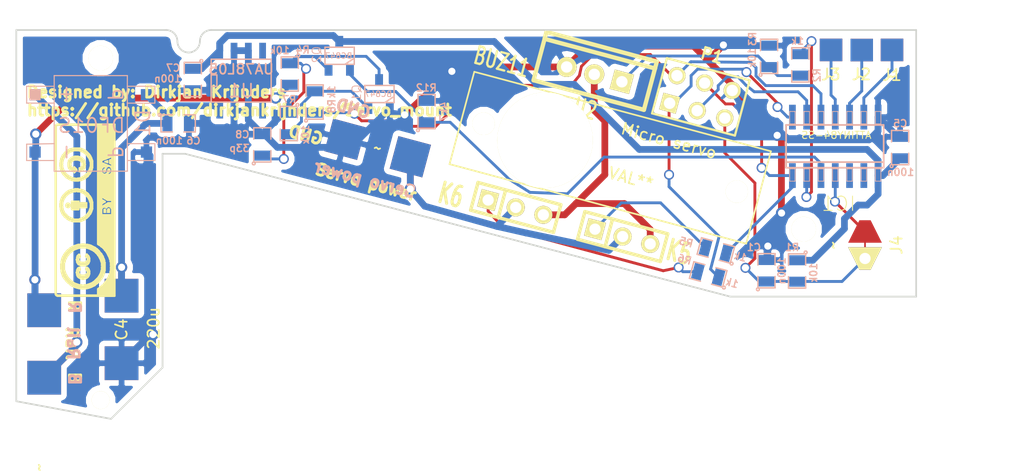
<source format=kicad_pcb>
(kicad_pcb (version 3) (host pcbnew "(2014-03-01 BZR 4730)-product")
  (layers (15 F.Cu signal) (0 B.Cu signal) (18 B.Paste user) (19 F.Paste user hide) (20 B.SilkS user) (21 F.SilkS user hide) (22 B.Mask user) (23 F.Mask user hide) (28 Edge.Cuts user))
  (net 0 "")
  (net 1 +5V)
  (net 2 -VAA)
  (net 3 AGND)
  (net 4 DIS_SIGNAL)
  (net 5 GND)
  (net 6 "GND FET")
  (net 7 MISO)
  (net 8 MOSI)
  (net 9 N-0000013)
  (net 10 N-0000014)
  (net 11 N-0000015)
  (net 12 N-0000019)
  (net 13 N-0000022)
  (net 14 N-000004)
  (net 15 N-000005)
  (net 16 N-000007)
  (net 17 N-000008)
  (net 18 N-000009)
  (net 19 "Rail signal")
  (net 20 Reset)
  (net 21 SCK)
  (net 22 VAA)
  (net 23 VCC)
  (module solder_jumper_conn (layer F.Cu) (at 175.45 119.11 270)
    (fp_text reference J4 (at 0 -2.8 270) (layer F.SilkS))
    (fp_text value ~ (at 0 2.85 270) (layer F.SilkS))
    (fp_line (start -0.3 0) (end 0.35 0) (layer F.Cu) (width 0.15))
    (pad 2 thru_hole trapezoid (at 1.2 0 270) (size 2 2) (rect_delta 1 0) (drill 1) (layers *.Cu *.Mask F.SilkS) (net 20 Reset))
    (pad 1 smd trapezoid (at -1.2 0 90) (size 2 2) (rect_delta 1 0) (layers F.Cu F.Paste F.Mask) (net 18 N-000009))
  )
  (module SIL-3 (layer F.Cu) (at 153.9 118.36 345)
    (fp_text reference K5 (at 5.208706 0.043365 345) (layer F.SilkS) (effects (font (size 1.7907 1.07696) (thickness 0.3048))))
    (fp_text value CONN_3 hide)
    (pad 1 thru_hole rect (at -2.54 0 345) (size 1.6 1.6) (drill 1) (layers *.Cu *.Mask F.SilkS) (net 17 N-000008))
    (pad 2 thru_hole circle (at 0 0 345) (size 1.6 1.6) (drill 1) (layers *.Cu *.Mask F.SilkS) (net 23 VCC))
    (pad 3 thru_hole circle (at 2.54 0 345) (size 1.6 1.6) (drill 1) (layers *.Cu *.Mask F.SilkS) (net 3 AGND))
  )
  (module DIPSMD4 (layer B.Cu) (at 106.62 108.3 270)
    (fp_text reference D1 (at -0.03 -4.64 270) (layer B.SilkS) (effects (font (size 1.27 1.27) (thickness 0.1524)) (justify mirror)))
    (fp_text value DF01S (at 0.19 -0.07 540) (layer B.SilkS) (effects (font (size 1.27 1.27) (thickness 0.1524)) (justify mirror)))
    (fp_text user d (at 2.55016 -2.25044 270) (layer B.SilkS) (effects (font (size 1.27 1.27) (thickness 0.1524)) (justify mirror)))
    (fp_text user d (at -2.55016 -2.25044 270) (layer B.SilkS) (effects (font (size 1.27 1.27) (thickness 0.1524)) (justify mirror)))
    (fp_text user + (at -2.6 2.25 270) (layer B.SilkS) (effects (font (size 1.27 1.524) (thickness 0.1524)) (justify mirror)))
    (fp_text user - (at 2.55 2.25 270) (layer B.SilkS) (effects (font (size 1.27 1.27) (thickness 0.1524)) (justify mirror)))
    (pad 2 smd rect (at -2.55016 4.95046 270) (size 1.00076 1.00076) (layers B.Cu B.Paste B.SilkS B.Mask) (net 2 -VAA))
    (pad 4 smd rect (at 2.55016 4.95046 270) (size 1.00076 1.00076) (layers B.Cu B.Paste B.Mask) (net 22 VAA))
    (pad 1 smd rect (at 2.55 -4.95 270) (size 1.00076 1.00076) (layers B.Cu B.Paste B.Mask) (net 5 GND))
    (pad 3 smd rect (at -2.55 -4.95 270) (size 1.00076 1.00076) (layers B.Cu B.Paste B.Mask) (net 13 N-0000022))
  )
  (module Micro_servo (layer F.Cu) (at 152.8 111.35 345)
    (fp_text reference "Micro servo" (at 4.65 -2.8 345) (layer F.SilkS))
    (fp_text value VAL** (at 2.25 1.3 345) (layer F.SilkS))
    (pad "" np_thru_hole circle (at -11.65 0 345) (size 2 2) (drill 2) (layers *.Cu *.Mask F.SilkS))
    (pad "" np_thru_hole circle (at 11.65 0 345) (size 2 2) (drill 2) (layers *.Cu *.Mask F.SilkS))
    (pad "" np_thru_hole circle (at -6 0 345) (size 8.5 8.5) (drill 8.5) (layers *.Cu *.Mask F.SilkS))
  )
  (module Solderpad_2 (layer F.Cu) (at 102.48 127.91 90)
    (fp_text reference ~ (at -10.96 -0.46 90) (layer F.SilkS))
    (fp_text value ~ hide)
    (pad 1 smd rect (at -3 0 90) (size 3 3) (layers F.Cu F.Paste F.Mask) (net 2 -VAA))
    (pad 2 smd rect (at 3 0 90) (size 3 3) (layers F.Cu F.Paste F.Mask) (net 22 VAA))
    (pad 2 smd rect (at 3 0 90) (size 3 3) (layers B.Cu B.Paste B.Mask) (net 22 VAA))
    (pad 1 smd rect (at -3 0 90) (size 3 3) (layers B.Cu B.Paste B.Mask) (net 2 -VAA))
  )
  (module Solderpad_2 (layer F.Cu) (at 109.36 126.62 270)
    (fp_text reference C4 (at 0 0 270) (layer F.SilkS))
    (fp_text value 220u (at -0.11 -2.85 270) (layer F.SilkS))
    (pad 1 smd rect (at -3 0 270) (size 3 3) (layers F.Cu F.Paste F.Mask) (net 13 N-0000022))
    (pad 2 smd rect (at 3 0 270) (size 3 3) (layers F.Cu F.Paste F.Mask) (net 5 GND))
    (pad 2 smd rect (at 3 0 270) (size 3 3) (layers B.Cu B.Paste B.Mask) (net 5 GND))
    (pad 1 smd rect (at -3 0 270) (size 3 3) (layers B.Cu B.Paste B.Mask) (net 13 N-0000022))
  )
  (module Solderpad_2 (layer F.Cu) (at 132.13 110.49 165)
    (fp_text reference ~ (at 0 0 165) (layer F.SilkS))
    (fp_text value ~ hide)
    (pad 1 smd rect (at -3 0 165) (size 3 3) (layers F.Cu F.Paste F.Mask) (net 23 VCC))
    (pad 2 smd rect (at 3 0 165) (size 3 3) (layers F.Cu F.Paste F.Mask) (net 5 GND))
    (pad 1 smd rect (at -3 0 165) (size 3 3) (layers B.Cu B.Paste B.Mask) (net 23 VCC))
    (pad 2 smd rect (at 3 0 165) (size 3 3) (layers B.Cu B.Paste B.Mask) (net 5 GND))
  )
  (module TO220_VERT (layer F.Cu) (at 151.38 103.94 75)
    (fp_text reference U2 (at -3.175 0 165) (layer F.SilkS) (effects (font (size 1.524 1.016) (thickness 0.2032))))
    (fp_text value BUZ11 (at -1.055315 -8.227199 165) (layer F.SilkS) (effects (font (size 1.524 1.016) (thickness 0.2032))))
    (pad S thru_hole circle (at 0 -2.54 75) (size 1.778 1.778) (drill 1.016) (layers *.Cu *.Mask F.SilkS) (net 5 GND))
    (pad D thru_hole circle (at 0 0 75) (size 1.778 1.778) (drill 1.016) (layers *.Cu *.Mask F.SilkS) (net 3 AGND))
    (pad G thru_hole rect (at 0 2.54 75) (size 1.778 1.778) (drill 1.016) (layers *.Cu *.Mask F.SilkS) (net 15 N-000005))
  )
  (module M2 (layer F.Cu) (at 107.5 102.5)
    (fp_text reference ~ (at 0 0) (layer F.SilkS))
    (fp_text value ~ (at 0 0) (layer F.SilkS))
    (pad "" np_thru_hole circle (at 0 0) (size 2.2 2.2) (drill 2.2) (layers *.Cu *.Mask F.SilkS))
  )
  (module M2 (layer F.Cu) (at 170.4 117.7)
    (fp_text reference ~ (at 0 0) (layer F.SilkS))
    (fp_text value ~ (at 0 0) (layer F.SilkS))
    (pad "" np_thru_hole circle (at -0.4 0) (size 2.2 2.2) (drill 2.2) (layers *.Cu *.Mask F.SilkS))
  )
  (module M2 (layer F.Cu) (at 107.5 132.9)
    (fp_text reference ~ (at 0 0) (layer F.SilkS))
    (fp_text value ~ (at 0 0) (layer F.SilkS))
    (pad "" np_thru_hole circle (at 0 0) (size 1.6 1.6) (drill 1.6) (layers *.Cu *.Mask F.SilkS))
  )
  (module SOT23 (layer B.Cu) (at 132.25 105.69 180)
    (fp_text reference Q1 (at 1.99898 0.09906 450) (layer B.SilkS) (effects (font (size 0.762 0.762) (thickness 0.0762)) (justify mirror)))
    (fp_text value BC847 (at 0.0635 0 180) (layer B.SilkS) (effects (font (size 0.50038 0.50038) (thickness 0.0762)) (justify mirror)))
    (pad 3 smd rect (at 0 1.27 180) (size 0.70104 1.00076) (layers B.Cu B.Paste B.Mask) (net 14 N-000004))
    (pad 2 smd rect (at 0.9525 -1.27 180) (size 0.70104 1.00076) (layers B.Cu B.Paste B.Mask) (net 12 N-0000019))
    (pad 1 smd rect (at -0.9525 -1.27 180) (size 0.70104 1.00076) (layers B.Cu B.Paste B.Mask) (net 5 GND))
  )
  (module SOT23 (layer B.Cu) (at 128.71 102.29 180)
    (fp_text reference Q2 (at 1.99898 0.09906 450) (layer B.SilkS) (effects (font (size 0.762 0.762) (thickness 0.0762)) (justify mirror)))
    (fp_text value BC847 (at 0.0635 0 180) (layer B.SilkS) (effects (font (size 0.50038 0.50038) (thickness 0.0762)) (justify mirror)))
    (pad 3 smd rect (at 0 1.27 180) (size 0.70104 1.00076) (layers B.Cu B.Paste B.Mask) (net 1 +5V))
    (pad 2 smd rect (at 0.9525 -1.27 180) (size 0.70104 1.00076) (layers B.Cu B.Paste B.Mask) (net 14 N-000004))
    (pad 1 smd rect (at -0.9525 -1.27 180) (size 0.70104 1.00076) (layers B.Cu B.Paste B.Mask) (net 19 "Rail signal"))
  )
  (module SO8E (layer B.Cu) (at 119.99 104.5)
    (fp_text reference U1 (at 0 0.889) (layer B.SilkS) (effects (font (size 1.143 1.143) (thickness 0.1524)) (justify mirror)))
    (fp_text value UA78L05 (at 0 -1.016) (layer B.SilkS) (effects (font (size 0.889 0.889) (thickness 0.1524)) (justify mirror)))
    (pad 8 smd rect (at -1.905 2.667) (size 0.59944 1.39954) (layers B.Cu B.Paste B.Mask) (net 13 N-0000022))
    (pad 1 smd rect (at -1.905 -2.667) (size 0.59944 1.39954) (layers B.Cu B.Paste B.Mask) (net 1 +5V))
    (pad 7 smd rect (at -0.635 2.667) (size 0.59944 1.39954) (layers B.Cu B.Paste B.Mask) (net 5 GND))
    (pad 6 smd rect (at 0.635 2.667) (size 0.59944 1.39954) (layers B.Cu B.Paste B.Mask) (net 5 GND))
    (pad 5 smd rect (at 1.905 2.667) (size 0.59944 1.39954) (layers B.Cu B.Paste B.Mask))
    (pad 2 smd rect (at -0.635 -2.667) (size 0.59944 1.39954) (layers B.Cu B.Paste B.Mask) (net 5 GND))
    (pad 3 smd rect (at 0.635 -2.667) (size 0.59944 1.39954) (layers B.Cu B.Paste B.Mask) (net 5 GND))
    (pad 4 smd rect (at 1.905 -2.667) (size 0.59944 1.39954) (layers B.Cu B.Paste B.Mask))
  )
  (module SM0805 (layer B.Cu) (at 126.52 106.4 90)
    (fp_text reference R8 (at -0.37 1.52 90) (layer B.SilkS) (effects (font (size 0.635 0.635) (thickness 0.127)) (justify mirror)))
    (fp_text value 1k (at 0.89 1.5 90) (layer B.SilkS) (effects (font (size 0.635 0.635) (thickness 0.127)) (justify mirror)))
    (pad 1 smd rect (at -0.9525 0 90) (size 0.889 1.397) (layers B.Cu B.Paste B.Mask) (net 4 DIS_SIGNAL))
    (pad 2 smd rect (at 0.9525 0 90) (size 0.889 1.397) (layers B.Cu B.Paste B.Mask) (net 12 N-0000019))
  )
  (module SM0805 (layer B.Cu) (at 124.23 108.31 270)
    (fp_text reference R7 (at -2.13 -0.03 540) (layer B.SilkS) (effects (font (size 0.635 0.635) (thickness 0.127)) (justify mirror)))
    (fp_text value 10k (at 1 -1.47 270) (layer B.SilkS) (effects (font (size 0.635 0.635) (thickness 0.127)) (justify mirror)))
    (pad 1 smd rect (at -0.9525 0 270) (size 0.889 1.397) (layers B.Cu B.Paste B.Mask) (net 5 GND))
    (pad 2 smd rect (at 0.9525 0 270) (size 0.889 1.397) (layers B.Cu B.Paste B.Mask) (net 12 N-0000019))
  )
  (module SM0805 (layer B.Cu) (at 136.47 107.25 90)
    (fp_text reference R12 (at 2.11 -0.02 360) (layer B.SilkS) (effects (font (size 0.635 0.635) (thickness 0.127)) (justify mirror)))
    (fp_text value 4k7 (at 0.01 1.54 90) (layer B.SilkS) (effects (font (size 0.635 0.635) (thickness 0.127)) (justify mirror)))
    (pad 1 smd rect (at -0.9525 0 90) (size 0.889 1.397) (layers B.Cu B.Paste B.Mask) (net 19 "Rail signal"))
    (pad 2 smd rect (at 0.9525 0 90) (size 0.889 1.397) (layers B.Cu B.Paste B.Mask) (net 5 GND))
  )
  (module SM0805 (layer B.Cu) (at 161.51 121.73 165)
    (fp_text reference R6 (at 2.382333 0.738573 165) (layer B.SilkS) (effects (font (size 0.635 0.635) (thickness 0.127)) (justify mirror)))
    (fp_text value 1k (at -2.234806 -0.187995 165) (layer B.SilkS) (effects (font (size 0.635 0.635) (thickness 0.127)) (justify mirror)))
    (pad 1 smd rect (at -0.9525 0 165) (size 0.889 1.397) (layers B.Cu B.Paste B.Mask) (net 7 MISO))
    (pad 2 smd rect (at 0.9525 0 165) (size 0.889 1.397) (layers B.Cu B.Paste B.Mask) (net 16 N-000007))
  )
  (module SM0805 (layer B.Cu) (at 162.19 119.6 165)
    (fp_text reference R5 (at 2.75 0.02 165) (layer B.SilkS) (effects (font (size 0.635 0.635) (thickness 0.127)) (justify mirror)))
    (fp_text value 1k (at -2.23841 0.030378 165) (layer B.SilkS) (effects (font (size 0.635 0.635) (thickness 0.127)) (justify mirror)))
    (pad 1 smd rect (at -0.9525 0 165) (size 0.889 1.397) (layers B.Cu B.Paste B.Mask) (net 8 MOSI))
    (pad 2 smd rect (at 0.9525 0 165) (size 0.889 1.397) (layers B.Cu B.Paste B.Mask) (net 17 N-000008))
  )
  (module SM0805 (layer B.Cu) (at 166.92 102.34 90)
    (fp_text reference R3 (at 1.55 -1.47 90) (layer B.SilkS) (effects (font (size 0.635 0.635) (thickness 0.127)) (justify mirror)))
    (fp_text value 10k (at -0.14 -1.51 90) (layer B.SilkS) (effects (font (size 0.635 0.635) (thickness 0.127)) (justify mirror)))
    (pad 1 smd rect (at -0.9525 0 90) (size 0.889 1.397) (layers B.Cu B.Paste B.Mask) (net 15 N-000005))
    (pad 2 smd rect (at 0.9525 0 90) (size 0.889 1.397) (layers B.Cu B.Paste B.Mask) (net 5 GND))
  )
  (module SM0805 (layer B.Cu) (at 169.7 103.1 270)
    (fp_text reference R2 (at 0.92 -1.46 270) (layer B.SilkS) (effects (font (size 0.635 0.635) (thickness 0.127)) (justify mirror)))
    (fp_text value 1k (at -2.13 0.25 360) (layer B.SilkS) (effects (font (size 0.635 0.635) (thickness 0.127)) (justify mirror)))
    (pad 1 smd rect (at -0.9525 0 270) (size 0.889 1.397) (layers B.Cu B.Paste B.Mask) (net 6 "GND FET"))
    (pad 2 smd rect (at 0.9525 0 270) (size 0.889 1.397) (layers B.Cu B.Paste B.Mask) (net 15 N-000005))
  )
  (module SM0805 (layer B.Cu) (at 115.69 104.4 270)
    (fp_text reference C7 (at -1.03 1.75 540) (layer B.SilkS) (effects (font (size 0.635 0.635) (thickness 0.127)) (justify mirror)))
    (fp_text value 100n (at -0.07 2.24 360) (layer B.SilkS) (effects (font (size 0.635 0.635) (thickness 0.127)) (justify mirror)))
    (pad 1 smd rect (at -0.9525 0 270) (size 0.889 1.397) (layers B.Cu B.Paste B.Mask) (net 1 +5V))
    (pad 2 smd rect (at 0.9525 0 270) (size 0.889 1.397) (layers B.Cu B.Paste B.Mask) (net 5 GND))
  )
  (module SM0805 (layer B.Cu) (at 114.39 108.3)
    (fp_text reference C6 (at 1.36 1.54) (layer B.SilkS) (effects (font (size 0.635 0.635) (thickness 0.127)) (justify mirror)))
    (fp_text value 100n (at -0.8 1.53) (layer B.SilkS) (effects (font (size 0.635 0.635) (thickness 0.127)) (justify mirror)))
    (pad 1 smd rect (at -0.9525 0) (size 0.889 1.397) (layers B.Cu B.Paste B.Mask) (net 13 N-0000022))
    (pad 2 smd rect (at 0.9525 0) (size 0.889 1.397) (layers B.Cu B.Paste B.Mask) (net 5 GND))
  )
  (module SM0805 (layer B.Cu) (at 178.57 110.45 90)
    (fp_text reference C5 (at 2.14 0.01 180) (layer B.SilkS) (effects (font (size 0.635 0.635) (thickness 0.127)) (justify mirror)))
    (fp_text value 100n (at -2.19 0.04 180) (layer B.SilkS) (effects (font (size 0.635 0.635) (thickness 0.127)) (justify mirror)))
    (pad 1 smd rect (at -0.9525 0 90) (size 0.889 1.397) (layers B.Cu B.Paste B.Mask) (net 1 +5V))
    (pad 2 smd rect (at 0.9525 0 90) (size 0.889 1.397) (layers B.Cu B.Paste B.Mask) (net 5 GND))
  )
  (module SM0805 (layer B.Cu) (at 166.69 121.4 90)
    (fp_text reference C1 (at 2.08 -1.12 360) (layer B.SilkS) (effects (font (size 0.635 0.635) (thickness 0.127)) (justify mirror)))
    (fp_text value 100n (at -0.01 1.36 90) (layer B.SilkS) (effects (font (size 0.635 0.635) (thickness 0.127)) (justify mirror)))
    (pad 1 smd rect (at -0.9525 0 90) (size 0.889 1.397) (layers B.Cu B.Paste B.Mask) (net 20 Reset))
    (pad 2 smd rect (at 0.9525 0 90) (size 0.889 1.397) (layers B.Cu B.Paste B.Mask) (net 5 GND))
  )
  (module SM0805 (layer B.Cu) (at 169.41 121.42 270)
    (fp_text reference R1 (at -2.1 0.44 540) (layer B.SilkS) (effects (font (size 0.635 0.635) (thickness 0.127)) (justify mirror)))
    (fp_text value 10k (at 0.17 -1.46 270) (layer B.SilkS) (effects (font (size 0.635 0.635) (thickness 0.127)) (justify mirror)))
    (pad 1 smd rect (at -0.9525 0 270) (size 0.889 1.397) (layers B.Cu B.Paste B.Mask) (net 1 +5V))
    (pad 2 smd rect (at 0.9525 0 270) (size 0.889 1.397) (layers B.Cu B.Paste B.Mask) (net 20 Reset))
  )
  (module SM0805 (layer B.Cu) (at 124.31 103.91 270)
    (fp_text reference R4 (at -2.14 -1.15 540) (layer B.SilkS) (effects (font (size 0.635 0.635) (thickness 0.127)) (justify mirror)))
    (fp_text value 10k (at -2.1 0.89 360) (layer B.SilkS) (effects (font (size 0.635 0.635) (thickness 0.127)) (justify mirror)))
    (pad 1 smd rect (at -0.9525 0 270) (size 0.889 1.397) (layers B.Cu B.Paste B.Mask) (net 14 N-000004))
    (pad 2 smd rect (at 0.9525 0 270) (size 0.889 1.397) (layers B.Cu B.Paste B.Mask) (net 22 VAA))
  )
  (module SM0805 (layer B.Cu) (at 121.87 110.21 90)
    (fp_text reference C8 (at 0.92 -1.78 360) (layer B.SilkS) (effects (font (size 0.635 0.635) (thickness 0.127)) (justify mirror)))
    (fp_text value 33p (at -0.3 -2.03 180) (layer B.SilkS) (effects (font (size 0.635 0.635) (thickness 0.127)) (justify mirror)))
    (pad 1 smd rect (at -0.9525 0 90) (size 0.889 1.397) (layers B.Cu B.Paste B.Mask) (net 14 N-000004))
    (pad 2 smd rect (at 0.9525 0 90) (size 0.889 1.397) (layers B.Cu B.Paste B.Mask) (net 5 GND))
  )
  (module pin_array_3x2 (layer F.Cu) (at 160.86 105.94 345)
    (fp_text reference P1 (at 0 -3.81 345) (layer F.SilkS) (effects (font (size 1.016 1.016) (thickness 0.2032))))
    (fp_text value CONN_3X2 hide)
    (pad 1 thru_hole rect (at -2.54 1.27 345) (size 1.524 1.524) (drill 1.016) (layers *.Cu *.Mask F.SilkS) (net 7 MISO))
    (pad 2 thru_hole circle (at -2.54 -1.27 345) (size 1.524 1.524) (drill 1.016) (layers *.Cu *.Mask F.SilkS) (net 4 DIS_SIGNAL))
    (pad 3 thru_hole circle (at 0 1.27 345) (size 1.524 1.524) (drill 1.016) (layers *.Cu *.Mask F.SilkS) (net 21 SCK))
    (pad 4 thru_hole circle (at 0 -1.27 345) (size 1.524 1.524) (drill 1.016) (layers *.Cu *.Mask F.SilkS) (net 8 MOSI))
    (pad 5 thru_hole circle (at 2.54 1.27 345) (size 1.524 1.524) (drill 1.016) (layers *.Cu *.Mask F.SilkS) (net 20 Reset))
    (pad 6 thru_hole circle (at 2.54 -1.27 345) (size 1.524 1.524) (drill 1.016) (layers *.Cu *.Mask F.SilkS) (net 5 GND))
  )
  (module dp_devices-CC-BY-SA (layer F.Cu) (at 108.78 123.67 90)
    (fp_text reference "" (at 0 0 90) (layer F.SilkS) (effects (font (size 0.0004 0.0004) (thickness 0.00012))))
    (fp_text value "" (at 0 0 90) (layer F.SilkS) (effects (font (size 0.0004 0.0004) (thickness 0.00012))))
  )
  (module SOIC-14 (layer B.Cu) (at 172.82 110.34 180)
    (fp_text reference IC1 (at -0.28 -5.11 180) (layer F.SilkS) (effects (font (size 1.27 1.27) (thickness 0.0889)) (justify mirror)))
    (fp_text value ATTINY84-SS (at -0.08 0.99 180) (layer F.SilkS) (effects (font (size 0.635 0.635) (thickness 0.0889)) (justify mirror)))
    (pad 1 smd rect (at -3.795 -2.59842 180) (size 0.59944 2.19964) (layers B.Cu B.Paste B.Mask) (net 1 +5V))
    (pad 2 smd rect (at -2.525 -2.59842 180) (size 0.59944 2.19964) (layers B.Cu B.Paste B.Mask))
    (pad 3 smd rect (at -1.255 -2.59842 180) (size 0.59944 2.19964) (layers B.Cu B.Paste B.Mask))
    (pad 4 smd rect (at 0.015 -2.59842 180) (size 0.59944 2.19964) (layers B.Cu B.Paste B.Mask) (net 18 N-000009))
    (pad 5 smd rect (at 1.285 -2.59842 180) (size 0.59944 2.19964) (layers B.Cu B.Paste B.Mask) (net 19 "Rail signal"))
    (pad 6 smd rect (at 2.555 -2.59842 180) (size 0.59944 2.19964) (layers B.Cu B.Paste B.Mask) (net 6 "GND FET"))
    (pad 7 smd rect (at 3.825 -2.59842 180) (size 0.59944 2.19964) (layers B.Cu B.Paste B.Mask) (net 8 MOSI))
    (pad 8 smd rect (at 3.825 2.59842 180) (size 0.59944 2.19964) (layers B.Cu B.Paste B.Mask) (net 7 MISO))
    (pad 9 smd rect (at 2.555 2.59842 180) (size 0.59944 2.19964) (layers B.Cu B.Paste B.Mask) (net 21 SCK))
    (pad 10 smd rect (at 1.285 2.59842 180) (size 0.59944 2.19964) (layers B.Cu B.Paste B.Mask) (net 4 DIS_SIGNAL))
    (pad 11 smd rect (at 0.015 2.59842 180) (size 0.59944 2.19964) (layers B.Cu B.Paste B.Mask) (net 9 N-0000013))
    (pad 12 smd rect (at -1.255 2.59842 180) (size 0.59944 2.19964) (layers B.Cu B.Paste B.Mask) (net 10 N-0000014))
    (pad 13 smd rect (at -2.525 2.59842 180) (size 0.59944 2.19964) (layers B.Cu B.Paste B.Mask) (net 11 N-0000015))
    (pad 14 smd rect (at -3.795 2.59842 180) (size 0.59944 2.19964) (layers B.Cu B.Paste B.Mask) (net 5 GND))
  )
  (module solder_pad_2mm_fb (layer F.Cu) (at 172.43 101.77)
    (fp_text reference J3 (at -0.02 2.19) (layer F.SilkS))
    (fp_text value ~ (at 0 2.35) (layer F.SilkS))
    (pad 1 smd rect (at 0 0) (size 2 2) (layers F.Cu F.Paste F.Mask) (net 9 N-0000013))
    (pad 1 smd rect (at 0 0) (size 2 2) (layers B.Cu F.Paste F.Mask) (net 9 N-0000013))
  )
  (module solder_pad_2mm_fb (layer F.Cu) (at 175.16 101.78)
    (fp_text reference J2 (at -0.03 2.16) (layer F.SilkS))
    (fp_text value ~ (at 0 2.35) (layer F.SilkS))
    (pad 1 smd rect (at 0 0) (size 2 2) (layers F.Cu F.Paste F.Mask) (net 10 N-0000014))
    (pad 1 smd rect (at 0 0) (size 2 2) (layers B.Cu F.Paste F.Mask) (net 10 N-0000014))
  )
  (module solder_pad_2mm_fb (layer F.Cu) (at 177.85 101.77)
    (fp_text reference J1 (at 0 2.23) (layer F.SilkS))
    (fp_text value ~ (at 0 2.35) (layer F.SilkS))
    (pad 1 smd rect (at 0 0) (size 2 2) (layers F.Cu F.Paste F.Mask) (net 11 N-0000015))
    (pad 1 smd rect (at 0 0) (size 2 2) (layers B.Cu F.Paste F.Mask) (net 11 N-0000015))
  )
  (module SIL-3 (layer F.Cu) (at 144.4 115.77 345)
    (fp_text reference K6 (at -5.848434 0.428279 345) (layer F.SilkS) (effects (font (size 1.7907 1.07696) (thickness 0.3048))))
    (fp_text value CONN_3 hide)
    (pad 1 thru_hole rect (at -2.54 0 345) (size 1.6 1.6) (drill 1) (layers *.Cu *.Mask F.SilkS) (net 16 N-000007))
    (pad 2 thru_hole circle (at 0 0 345) (size 1.6 1.6) (drill 1) (layers *.Cu *.Mask F.SilkS) (net 23 VCC))
    (pad 3 thru_hole circle (at 2.54 0 345) (size 1.6 1.6) (drill 1) (layers *.Cu *.Mask F.SilkS) (net 3 AGND))
  )
  (gr_line (start 163.47 123.7) (end 180 123.7) (angle 90) (layer Edge.Cuts) (width 0.15))
  (gr_line (start 108.42 134.57) (end 113 130) (angle 90) (layer Edge.Cuts) (width 0.15))
  (gr_line (start 117.32 100) (end 180 100) (angle 90) (layer Edge.Cuts) (width 0.15))
  (gr_arc (start 117.32 101) (end 116.32 101) (angle 90) (layer Edge.Cuts) (width 0.15))
  (gr_arc (start 115.32 101) (end 115.32 102) (angle -90) (layer Edge.Cuts) (width 0.15))
  (gr_arc (start 115.32 101) (end 115.32 102) (angle 90) (layer Edge.Cuts) (width 0.15))
  (gr_arc (start 113.32 101) (end 113.32 100) (angle 90) (layer Edge.Cuts) (width 0.15))
  (gr_text B (at 105.17 130.93 270) (layer F.SilkS) (effects (font (size 1 1) (thickness 0.25))))
  (gr_text R (at 105.17 124.5 270) (layer F.SilkS) (effects (font (size 1 1) (thickness 0.25))))
  (gr_text B (at 105.17 131.04 270) (layer B.SilkS) (effects (font (size 1 1) (thickness 0.25)) (justify mirror)))
  (gr_text R (at 105.17 124.67 270) (layer B.SilkS) (effects (font (size 1 1) (thickness 0.25)) (justify mirror)))
  (gr_text GND (at 125.73 109.35 345) (layer F.SilkS) (effects (font (size 1 1) (thickness 0.25)) (justify mirror)))
  (gr_text GND (at 129.95 107 345) (layer B.SilkS) (effects (font (size 1 1) (thickness 0.25)) (justify mirror)))
  (gr_text "Servo power" (at 130.99 113.26 345) (layer B.SilkS) (effects (font (size 1 1) (thickness 0.25)) (justify mirror)))
  (gr_text "Servo power" (at 131.08 113.52 345) (layer F.SilkS) (effects (font (size 1 1) (thickness 0.25))))
  (gr_text Rail (at 104.94 127.85 270) (layer F.SilkS) (effects (font (size 1 1) (thickness 0.25))))
  (gr_text Rail (at 105.05 127.85 270) (layer B.SilkS) (effects (font (size 1 1) (thickness 0.25)) (justify mirror)))
  (gr_text "Designed by: Dirkjan Krijnders\nhttps://github.com/dirkjankrijnders/Servo_mount" (at 100.81 106.32) (layer F.SilkS) (effects (font (size 1 1) (thickness 0.25)) (justify left)))
  (gr_line (start 115 111) (end 163.47 123.7) (angle 90) (layer Edge.Cuts) (width 0.15))
  (gr_line (start 113 111) (end 115 111) (angle 90) (layer Edge.Cuts) (width 0.15))
  (gr_line (start 113 130) (end 113 111) (angle 90) (layer Edge.Cuts) (width 0.15))
  (gr_line (start 100 133) (end 108.42 134.57) (angle 90) (layer Edge.Cuts) (width 0.15))
  (gr_line (start 100 133) (end 100 100) (angle 90) (layer Edge.Cuts) (width 0.15))
  (gr_line (start 180 100) (end 180 123.7) (angle 90) (layer Edge.Cuts) (width 0.15))
  (gr_line (start 100 100) (end 113.32 100) (angle 90) (layer Edge.Cuts) (width 0.15))
  (segment (start 128.71 101.02) (end 142.48 101.02) (width 0.6) (layer B.Cu) (net 1))
  (segment (start 142.48 101.02) (end 146.29 104.83) (width 0.6) (layer B.Cu) (net 1))
  (segment (start 118.085 101.833) (end 118.085 101.165) (width 0.6) (layer B.Cu) (net 1))
  (segment (start 128.18 100.49) (end 128.71 101.02) (width 0.6) (layer B.Cu) (net 1))
  (segment (start 118.76 100.49) (end 128.18 100.49) (width 0.6) (layer B.Cu) (net 1))
  (segment (start 118.085 101.165) (end 118.76 100.49) (width 0.6) (layer B.Cu) (net 1))
  (segment (start 115.69 103.4475) (end 116.4705 103.4475) (width 0.6) (layer B.Cu) (net 1))
  (segment (start 116.4705 103.4475) (end 118.085 101.833) (width 0.6) (layer B.Cu) (net 1))
  (segment (start 176.615 112.93842) (end 176.615 111.599002) (width 0.6) (layer B.Cu) (net 1))
  (segment (start 176.615 111.599002) (end 175.63 110.614002) (width 0.6) (layer B.Cu) (net 1))
  (segment (start 175.63 110.614002) (end 155.384002 110.614002) (width 0.6) (layer B.Cu) (net 1))
  (segment (start 155.384002 110.614002) (end 149.6 104.83) (width 0.6) (layer B.Cu) (net 1))
  (segment (start 149.6 104.83) (end 146.29 104.83) (width 0.6) (layer B.Cu) (net 1))
  (segment (start 146.29 104.83) (end 146.24 104.88) (width 0.6) (layer B.Cu) (net 1))
  (segment (start 169.41 120.4675) (end 170.8125 120.4675) (width 0.6) (layer B.Cu) (net 1))
  (segment (start 176.615 114.585) (end 176.615 112.93842) (width 0.6) (layer B.Cu) (net 1))
  (segment (start 175.64 115.56) (end 176.615 114.585) (width 0.6) (layer B.Cu) (net 1))
  (segment (start 174.84 115.56) (end 175.64 115.56) (width 0.6) (layer B.Cu) (net 1))
  (segment (start 173.62 116.78) (end 174.84 115.56) (width 0.6) (layer B.Cu) (net 1))
  (segment (start 173.62 117.66) (end 173.62 116.78) (width 0.6) (layer B.Cu) (net 1))
  (segment (start 170.8125 120.4675) (end 173.62 117.66) (width 0.6) (layer B.Cu) (net 1))
  (segment (start 176.615 112.93842) (end 177.03408 112.93842) (width 0.6) (layer B.Cu) (net 1))
  (segment (start 177.03408 112.93842) (end 178.57 111.4025) (width 0.6) (layer B.Cu) (net 1))
  (segment (start 102.48 130.91) (end 105.38 128.01) (width 0.6) (layer B.Cu) (net 2))
  (segment (start 105.38 128.01) (end 105.38 127.75) (width 0.6) (layer B.Cu) (net 2))
  (segment (start 102.48 130.91) (end 105.38 128.01) (width 0.6) (layer F.Cu) (net 2))
  (segment (start 105.38 109.4603) (end 101.66954 105.74984) (width 0.6) (layer B.Cu) (net 2))
  (segment (start 105.38 127.75) (end 105.38 109.4603) (width 0.6) (layer B.Cu) (net 2))
  (via (at 105.38 127.75) (size 1) (layers F.Cu B.Cu) (net 2))
  (segment (start 105.38 128.01) (end 105.38 127.75) (width 0.6) (layer F.Cu) (net 2))
  (segment (start 156.353452 119.0174) (end 156.353452 117.733452) (width 0.6) (layer F.Cu) (net 3))
  (segment (start 154.05 115.43) (end 149.75 115.43) (width 0.6) (layer F.Cu) (net 3))
  (segment (start 156.353452 117.733452) (end 154.05 115.43) (width 0.6) (layer F.Cu) (net 3))
  (segment (start 151.38 103.94) (end 151.38 107.15) (width 0.6) (layer F.Cu) (net 3))
  (segment (start 148.7526 116.4274) (end 146.853452 116.4274) (width 0.6) (layer F.Cu) (net 3))
  (segment (start 152.32 112.86) (end 149.75 115.43) (width 0.6) (layer F.Cu) (net 3))
  (segment (start 149.75 115.43) (end 148.7526 116.4274) (width 0.6) (layer F.Cu) (net 3))
  (segment (start 152.32 108.09) (end 152.32 112.86) (width 0.6) (layer F.Cu) (net 3))
  (segment (start 151.38 107.15) (end 152.32 108.09) (width 0.6) (layer F.Cu) (net 3))
  (segment (start 158.735249 104.055874) (end 158.245874 104.055874) (width 0.254) (layer F.Cu) (net 4))
  (segment (start 129.9725 107.3525) (end 130.06 107.44) (width 0.254) (layer B.Cu) (net 4))
  (via (at 130.06 107.44) (size 0.889) (layers F.Cu B.Cu) (net 4))
  (segment (start 130.06 107.44) (end 130.69 108.07) (width 0.254) (layer F.Cu) (net 4))
  (segment (start 130.69 108.07) (end 133.12 108.07) (width 0.254) (layer F.Cu) (net 4))
  (segment (start 133.12 108.07) (end 133.61 108.56) (width 0.254) (layer F.Cu) (net 4))
  (segment (start 133.61 108.56) (end 137.28 108.56) (width 0.254) (layer F.Cu) (net 4))
  (segment (start 137.28 108.56) (end 140.92 104.92) (width 0.254) (layer F.Cu) (net 4))
  (segment (start 140.92 104.92) (end 145.9 104.92) (width 0.254) (layer F.Cu) (net 4))
  (segment (start 129.9725 107.3525) (end 126.52 107.3525) (width 0.254) (layer B.Cu) (net 4))
  (segment (start 149.34 104.92) (end 145.9 104.92) (width 0.254) (layer F.Cu) (net 4))
  (segment (start 150.0552 104.052532) (end 149.34 104.92) (width 0.254) (layer F.Cu) (net 4))
  (segment (start 150.23919 103.229008) (end 150.0552 104.052532) (width 0.254) (layer F.Cu) (net 4))
  (segment (start 151.267426 102.18) (end 150.23919 103.229008) (width 0.254) (layer F.Cu) (net 4))
  (segment (start 156.37 102.18) (end 151.267426 102.18) (width 0.254) (layer F.Cu) (net 4))
  (segment (start 158.245874 104.055874) (end 156.37 102.18) (width 0.254) (layer F.Cu) (net 4))
  (segment (start 158.735249 104.055874) (end 159.973121 102.818002) (width 0.254) (layer B.Cu) (net 4))
  (segment (start 171.535 105.665) (end 171.535 107.74158) (width 0.254) (layer B.Cu) (net 4))
  (segment (start 170.81 104.94) (end 171.535 105.665) (width 0.254) (layer B.Cu) (net 4))
  (segment (start 166.62 104.94) (end 170.81 104.94) (width 0.254) (layer B.Cu) (net 4))
  (segment (start 165.294877 102.87495) (end 165.761666 103.344042) (width 0.254) (layer B.Cu) (net 4))
  (segment (start 165.761666 103.344042) (end 165.76 104.08) (width 0.254) (layer B.Cu) (net 4))
  (segment (start 165.76 104.08) (end 166.62 104.94) (width 0.254) (layer B.Cu) (net 4))
  (segment (start 159.973121 102.818002) (end 165.294877 102.87495) (width 0.254) (layer B.Cu) (net 4))
  (segment (start 166.81 119.21) (end 168.03 117.99) (width 0.6) (layer F.Cu) (net 5))
  (segment (start 168.03 117.99) (end 166.81 119.21) (width 0.6) (layer B.Cu) (net 5))
  (segment (start 168.03 116.27) (end 168.03 117.99) (width 0.6) (layer B.Cu) (net 5))
  (via (at 168.03 116.27) (size 1) (layers F.Cu B.Cu) (net 5))
  (segment (start 168.03 117.99) (end 168.03 116.27) (width 0.6) (layer F.Cu) (net 5))
  (segment (start 168.64 109.76) (end 168.24 109.36) (width 0.6) (layer B.Cu) (net 5))
  (segment (start 167.64 109.368523) (end 168.02 109.748523) (width 0.6) (layer F.Cu) (net 5))
  (segment (start 167.64 109.36) (end 167.64 109.368523) (width 0.6) (layer F.Cu) (net 5))
  (via (at 167.64 109.36) (size 1) (layers F.Cu B.Cu) (net 5))
  (segment (start 168.24 109.36) (end 167.64 109.36) (width 0.6) (layer B.Cu) (net 5))
  (segment (start 109.36 129.62) (end 111.91 127.07) (width 0.6) (layer F.Cu) (net 5))
  (segment (start 111.91 127.07) (end 109.36 129.62) (width 0.6) (layer B.Cu) (net 5))
  (segment (start 112.15 127.07) (end 111.91 127.07) (width 0.6) (layer B.Cu) (net 5))
  (via (at 112.15 127.07) (size 1) (layers F.Cu B.Cu) (net 5))
  (segment (start 111.91 127.07) (end 112.15 127.07) (width 0.6) (layer F.Cu) (net 5))
  (segment (start 118.57 109.2575) (end 119.3425 108.485) (width 0.6) (layer B.Cu) (net 5))
  (segment (start 119.355 108.485) (end 119.355 107.167) (width 0.6) (layer B.Cu) (net 5))
  (segment (start 119.3425 108.485) (end 119.355 108.485) (width 0.6) (layer B.Cu) (net 5))
  (segment (start 115.3425 108.3) (end 116.48 108.3) (width 0.6) (layer B.Cu) (net 5))
  (segment (start 117.4375 109.2575) (end 118.57 109.2575) (width 0.6) (layer B.Cu) (net 5))
  (segment (start 118.57 109.2575) (end 118.5825 109.2575) (width 0.6) (layer B.Cu) (net 5))
  (segment (start 116.48 108.3) (end 117.4375 109.2575) (width 0.6) (layer B.Cu) (net 5))
  (segment (start 111.57 110.85) (end 111.89 111.17) (width 0.6) (layer B.Cu) (net 5))
  (segment (start 111.89 127.09) (end 109.36 129.62) (width 0.6) (layer B.Cu) (net 5))
  (segment (start 111.89 111.17) (end 111.89 127.09) (width 0.6) (layer B.Cu) (net 5))
  (segment (start 163.642152 105.370675) (end 168.02 109.748523) (width 0.6) (layer F.Cu) (net 5))
  (segment (start 166.81 120.3275) (end 166.69 120.4475) (width 0.6) (layer B.Cu) (net 5))
  (segment (start 168.02 109.748523) (end 168.02 118) (width 0.6) (layer F.Cu) (net 5))
  (segment (start 168.02 118) (end 166.81 119.21) (width 0.6) (layer F.Cu) (net 5))
  (via (at 166.81 119.21) (size 1) (layers F.Cu B.Cu) (net 5))
  (segment (start 166.81 119.21) (end 166.81 120.3275) (width 0.6) (layer B.Cu) (net 5))
  (segment (start 121.87 109.2575) (end 122.0375 109.2575) (width 0.6) (layer B.Cu) (net 5))
  (segment (start 128.515766 110.43) (end 129.232223 109.713543) (width 0.6) (layer B.Cu) (net 5))
  (segment (start 123.21 110.43) (end 128.515766 110.43) (width 0.6) (layer B.Cu) (net 5))
  (segment (start 122.0375 109.2575) (end 123.21 110.43) (width 0.6) (layer B.Cu) (net 5))
  (segment (start 136.47 106.2975) (end 136.47 105.92) (width 0.6) (layer B.Cu) (net 5))
  (segment (start 138.72 103.67) (end 139.1074 103.2826) (width 0.6) (layer F.Cu) (net 5))
  (via (at 138.72 103.67) (size 1) (layers F.Cu B.Cu) (net 5))
  (segment (start 136.47 105.92) (end 138.72 103.67) (width 0.6) (layer B.Cu) (net 5))
  (segment (start 148.926548 103.2826) (end 139.1074 103.2826) (width 0.6) (layer F.Cu) (net 5))
  (segment (start 133.2025 107.3725) (end 133.2025 106.96) (width 0.6) (layer B.Cu) (net 5))
  (segment (start 134.52 107.54) (end 133.2025 107.3725) (width 0.6) (layer B.Cu) (net 5))
  (via (at 134.52 107.54) (size 1) (layers F.Cu B.Cu) (net 5))
  (segment (start 139.1074 103.2826) (end 134.52 107.54) (width 0.6) (layer F.Cu) (net 5))
  (segment (start 129.232223 109.713543) (end 130.448957 109.713543) (width 0.6) (layer B.Cu) (net 5))
  (segment (start 130.448957 109.713543) (end 133.2025 106.96) (width 0.6) (layer B.Cu) (net 5))
  (segment (start 124.23 107.3575) (end 124.4275 107.3575) (width 0.6) (layer B.Cu) (net 5))
  (segment (start 124.23 107.3575) (end 123.77 107.3575) (width 0.6) (layer B.Cu) (net 5))
  (segment (start 123.77 107.3575) (end 121.87 109.2575) (width 0.6) (layer B.Cu) (net 5))
  (segment (start 119.355 107.167) (end 119.355 106.165) (width 0.6) (layer B.Cu) (net 5))
  (segment (start 119.355 106.165) (end 118.5425 105.3525) (width 0.6) (layer B.Cu) (net 5))
  (segment (start 118.5425 105.3525) (end 115.69 105.3525) (width 0.6) (layer B.Cu) (net 5))
  (segment (start 121.87 109.2575) (end 118.5825 109.2575) (width 0.6) (layer B.Cu) (net 5))
  (segment (start 120.625 107.167) (end 120.625 101.833) (width 0.6) (layer B.Cu) (net 5))
  (segment (start 120.625 101.833) (end 119.355 101.833) (width 0.6) (layer B.Cu) (net 5))
  (segment (start 121.87 109.2575) (end 120.625 108.0125) (width 0.6) (layer B.Cu) (net 5))
  (segment (start 120.625 108.0125) (end 120.625 107.167) (width 0.6) (layer B.Cu) (net 5))
  (segment (start 176.615 107.74158) (end 176.615 108.965) (width 0.6) (layer B.Cu) (net 5))
  (segment (start 164.250675 105.370675) (end 163.642152 105.370675) (width 0.6) (layer B.Cu) (net 5))
  (segment (start 168.64 109.76) (end 164.250675 105.370675) (width 0.6) (layer B.Cu) (net 5))
  (segment (start 175.82 109.76) (end 168.64 109.76) (width 0.6) (layer B.Cu) (net 5))
  (segment (start 176.615 108.965) (end 175.82 109.76) (width 0.6) (layer B.Cu) (net 5))
  (segment (start 166.92 101.3875) (end 162.9175 101.3875) (width 0.6) (layer B.Cu) (net 5))
  (segment (start 161.83 102.36) (end 161.14 102.36) (width 0.6) (layer F.Cu) (net 5))
  (segment (start 162.86 101.33) (end 161.83 102.36) (width 0.6) (layer F.Cu) (net 5))
  (via (at 162.86 101.33) (size 1) (layers F.Cu B.Cu) (net 5))
  (segment (start 162.9175 101.3875) (end 162.86 101.33) (width 0.6) (layer B.Cu) (net 5))
  (segment (start 148.926548 103.2826) (end 150.779148 101.43) (width 0.6) (layer F.Cu) (net 5))
  (segment (start 163.642152 104.862152) (end 163.642152 105.370675) (width 0.6) (layer F.Cu) (net 5))
  (segment (start 161.14 102.36) (end 163.642152 104.862152) (width 0.6) (layer F.Cu) (net 5))
  (segment (start 160.21 101.43) (end 161.14 102.36) (width 0.6) (layer F.Cu) (net 5))
  (segment (start 150.779148 101.43) (end 160.21 101.43) (width 0.6) (layer F.Cu) (net 5))
  (segment (start 178.57 109.4975) (end 178.37092 109.4975) (width 0.6) (layer B.Cu) (net 5))
  (segment (start 178.37092 109.4975) (end 176.615 107.74158) (width 0.6) (layer B.Cu) (net 5))
  (segment (start 170.265 112.93842) (end 170.265 114.815) (width 0.254) (layer B.Cu) (net 6))
  (segment (start 169.7 101.98) (end 169.7 102.1475) (width 0.254) (layer B.Cu) (net 6))
  (segment (start 170.69 100.99) (end 169.7 101.98) (width 0.254) (layer B.Cu) (net 6))
  (via (at 170.69 100.99) (size 0.889) (layers F.Cu B.Cu) (net 6))
  (segment (start 170.69 114.39) (end 170.69 100.99) (width 0.254) (layer F.Cu) (net 6))
  (segment (start 170.24 114.84) (end 170.69 114.39) (width 0.254) (layer F.Cu) (net 6))
  (via (at 170.24 114.84) (size 0.889) (layers F.Cu B.Cu) (net 6))
  (segment (start 170.265 114.815) (end 170.24 114.84) (width 0.254) (layer B.Cu) (net 6))
  (segment (start 158.077848 106.509325) (end 158.450675 106.509325) (width 0.254) (layer B.Cu) (net 7))
  (via (at 167.67 106.84) (size 0.889) (layers F.Cu B.Cu) (net 7))
  (segment (start 167.67 106.84) (end 168.57158 107.74158) (width 0.254) (layer B.Cu) (net 7))
  (segment (start 168.57158 107.74158) (end 168.995 107.74158) (width 0.254) (layer B.Cu) (net 7))
  (segment (start 167.67 106.5) (end 167.67 106.84) (width 0.254) (layer F.Cu) (net 7))
  (segment (start 164.91 103.74) (end 167.67 106.5) (width 0.254) (layer F.Cu) (net 7))
  (via (at 164.91 103.74) (size 0.889) (layers F.Cu B.Cu) (net 7))
  (segment (start 164.65 103.48) (end 164.91 103.74) (width 0.254) (layer B.Cu) (net 7))
  (segment (start 160.56 103.48) (end 164.65 103.48) (width 0.254) (layer B.Cu) (net 7))
  (segment (start 159.99 104.05) (end 160.56 103.48) (width 0.254) (layer B.Cu) (net 7))
  (segment (start 159.99 104.97) (end 159.99 104.05) (width 0.254) (layer B.Cu) (net 7))
  (segment (start 158.450675 106.509325) (end 159.99 104.97) (width 0.254) (layer B.Cu) (net 7))
  (segment (start 158.077848 106.509325) (end 158.03 106.557173) (width 0.254) (layer F.Cu) (net 7))
  (segment (start 161.72 121.26) (end 162.48 118.35) (width 0.254) (layer B.Cu) (net 7))
  (segment (start 162.48 118.35) (end 158.15 114.05) (width 0.254) (layer B.Cu) (net 7))
  (segment (start 161.72 121.26) (end 162.430044 121.976525) (width 0.254) (layer B.Cu) (net 7))
  (segment (start 158.03 113.93) (end 158.15 114.05) (width 0.254) (layer B.Cu) (net 7))
  (segment (start 158.03 112.86) (end 158.03 113.93) (width 0.254) (layer B.Cu) (net 7))
  (via (at 158.03 112.86) (size 0.889) (layers F.Cu B.Cu) (net 7))
  (segment (start 158.03 106.557173) (end 158.03 112.86) (width 0.254) (layer F.Cu) (net 7))
  (segment (start 168.995 112.93842) (end 166.94842 112.93842) (width 0.254) (layer B.Cu) (net 8))
  (segment (start 163.045426 106.57) (end 161.1887 104.713274) (width 0.254) (layer F.Cu) (net 8))
  (segment (start 163.7 106.57) (end 163.045426 106.57) (width 0.254) (layer F.Cu) (net 8))
  (segment (start 166.26 109.13) (end 163.7 106.57) (width 0.254) (layer F.Cu) (net 8))
  (segment (start 166.26 112.25) (end 166.26 109.13) (width 0.254) (layer F.Cu) (net 8))
  (via (at 166.26 112.25) (size 0.889) (layers F.Cu B.Cu) (net 8))
  (segment (start 166.94842 112.93842) (end 166.26 112.25) (width 0.254) (layer B.Cu) (net 8))
  (segment (start 163.110044 119.846525) (end 168.995 113.961569) (width 0.254) (layer B.Cu) (net 8))
  (segment (start 168.995 113.961569) (end 168.995 112.93842) (width 0.254) (layer B.Cu) (net 8))
  (segment (start 172.43 101.77) (end 172.43 105.79) (width 0.254) (layer B.Cu) (net 9))
  (segment (start 172.805 106.165) (end 172.805 107.74158) (width 0.254) (layer B.Cu) (net 9))
  (segment (start 172.43 105.79) (end 172.805 106.165) (width 0.254) (layer B.Cu) (net 9))
  (segment (start 175.16 101.78) (end 175.16 105.42) (width 0.254) (layer B.Cu) (net 10))
  (segment (start 174.075 106.505) (end 174.075 107.74158) (width 0.254) (layer B.Cu) (net 10))
  (segment (start 175.16 105.42) (end 174.075 106.505) (width 0.254) (layer B.Cu) (net 10))
  (segment (start 175.345 107.74158) (end 175.345 106.025) (width 0.254) (layer B.Cu) (net 11))
  (segment (start 177.85 103.52) (end 177.85 101.77) (width 0.254) (layer B.Cu) (net 11))
  (segment (start 175.345 106.025) (end 177.85 103.52) (width 0.254) (layer B.Cu) (net 11))
  (segment (start 124.23 109.2625) (end 125.35 108.1425) (width 0.254) (layer B.Cu) (net 12))
  (segment (start 125.35 106.6175) (end 126.52 105.4475) (width 0.254) (layer B.Cu) (net 12))
  (segment (start 125.35 108.1425) (end 125.35 106.6175) (width 0.254) (layer B.Cu) (net 12))
  (segment (start 131.2975 106.96) (end 129.785 105.4475) (width 0.254) (layer B.Cu) (net 12))
  (segment (start 129.785 105.4475) (end 126.52 105.4475) (width 0.254) (layer B.Cu) (net 12))
  (segment (start 109.36 123.62) (end 109.36 121.09) (width 0.6) (layer B.Cu) (net 13))
  (segment (start 109.36 121.09) (end 109.36 123.62) (width 0.6) (layer F.Cu) (net 13))
  (via (at 109.36 121.09) (size 1) (layers F.Cu B.Cu) (net 13))
  (segment (start 109.36 123.62) (end 109.36 110.48) (width 0.6) (layer B.Cu) (net 13))
  (segment (start 111.54 108.3) (end 113.4375 108.3) (width 0.6) (layer B.Cu) (net 13))
  (segment (start 109.36 110.48) (end 111.54 108.3) (width 0.6) (layer B.Cu) (net 13))
  (segment (start 113.4375 108.3) (end 113.4375 107.6225) (width 0.6) (layer B.Cu) (net 13))
  (segment (start 117.648 106.73) (end 118.085 107.167) (width 0.6) (layer B.Cu) (net 13))
  (segment (start 114.33 106.73) (end 117.648 106.73) (width 0.6) (layer B.Cu) (net 13))
  (segment (start 113.4375 107.6225) (end 114.33 106.73) (width 0.6) (layer B.Cu) (net 13))
  (segment (start 111.57 105.75) (end 113.4375 107.6175) (width 0.6) (layer B.Cu) (net 13))
  (segment (start 113.4375 107.6175) (end 113.4375 108.3) (width 0.6) (layer B.Cu) (net 13))
  (segment (start 121.87 111.1625) (end 122.1675 111.46) (width 0.254) (layer B.Cu) (net 14))
  (segment (start 125.2775 102.9575) (end 124.31 102.9575) (width 0.254) (layer B.Cu) (net 14))
  (segment (start 125.76 103.44) (end 125.2775 102.9575) (width 0.254) (layer B.Cu) (net 14))
  (via (at 125.76 103.44) (size 0.889) (layers F.Cu B.Cu) (net 14))
  (segment (start 125.56 103.64) (end 125.76 103.44) (width 0.254) (layer F.Cu) (net 14))
  (segment (start 125.56 105.52) (end 125.56 103.64) (width 0.254) (layer F.Cu) (net 14))
  (segment (start 123.78 107.3) (end 125.56 105.52) (width 0.254) (layer F.Cu) (net 14))
  (segment (start 123.78 111.46) (end 123.78 107.3) (width 0.254) (layer F.Cu) (net 14))
  (via (at 123.78 111.46) (size 0.889) (layers F.Cu B.Cu) (net 14))
  (segment (start 122.1675 111.46) (end 123.78 111.46) (width 0.254) (layer B.Cu) (net 14))
  (segment (start 127.7575 103.56) (end 126.5675 102.37) (width 0.254) (layer B.Cu) (net 14))
  (segment (start 126.5675 102.37) (end 124.8975 102.37) (width 0.254) (layer B.Cu) (net 14))
  (segment (start 132.25 104.42) (end 132.25 103.49) (width 0.254) (layer B.Cu) (net 14))
  (segment (start 124.9275 102.34) (end 124.8975 102.37) (width 0.254) (layer B.Cu) (net 14))
  (segment (start 124.8975 102.37) (end 124.31 102.9575) (width 0.254) (layer B.Cu) (net 14))
  (segment (start 131.1 102.34) (end 124.9275 102.34) (width 0.254) (layer B.Cu) (net 14))
  (segment (start 132.25 103.49) (end 131.1 102.34) (width 0.254) (layer B.Cu) (net 14))
  (segment (start 166.92 103.2925) (end 165.9375 102.31) (width 0.254) (layer B.Cu) (net 15))
  (segment (start 156.120852 102.31) (end 153.833452 104.5974) (width 0.254) (layer B.Cu) (net 15))
  (segment (start 165.9375 102.31) (end 156.120852 102.31) (width 0.254) (layer B.Cu) (net 15))
  (segment (start 169.7 104.0525) (end 167.68 104.0525) (width 0.254) (layer B.Cu) (net 15))
  (segment (start 167.68 104.0525) (end 166.92 103.2925) (width 0.254) (layer B.Cu) (net 15))
  (segment (start 141.946548 115.1126) (end 141.946548 116.096548) (width 0.254) (layer F.Cu) (net 16))
  (segment (start 159.253475 121.483475) (end 160.589956 121.483475) (width 0.254) (layer B.Cu) (net 16))
  (segment (start 158.88 121.11) (end 159.253475 121.483475) (width 0.254) (layer B.Cu) (net 16))
  (via (at 158.88 121.11) (size 0.889) (layers F.Cu B.Cu) (net 16))
  (segment (start 143.300127 117.581644) (end 157.51 121.4) (width 0.254) (layer F.Cu) (net 16))
  (segment (start 157.51 121.4) (end 158.88 121.11) (width 0.254) (layer F.Cu) (net 16))
  (segment (start 141.946548 116.096548) (end 143.300127 117.581644) (width 0.254) (layer F.Cu) (net 16))
  (segment (start 161.269956 119.353475) (end 157.276481 115.36) (width 0.254) (layer B.Cu) (net 17))
  (segment (start 153.789148 115.36) (end 151.446548 117.7026) (width 0.254) (layer B.Cu) (net 17))
  (segment (start 157.276481 115.36) (end 153.789148 115.36) (width 0.254) (layer B.Cu) (net 17))
  (segment (start 172.805 112.93842) (end 172.805 115.225) (width 0.254) (layer B.Cu) (net 18))
  (segment (start 175.44 117.91) (end 175.45 117.91) (width 0.254) (layer F.Cu) (net 18))
  (segment (start 172.78 115.25) (end 175.44 117.91) (width 0.254) (layer F.Cu) (net 18))
  (via (at 172.78 115.25) (size 0.889) (layers F.Cu B.Cu) (net 18))
  (segment (start 172.805 115.225) (end 172.78 115.25) (width 0.254) (layer B.Cu) (net 18))
  (segment (start 129.6625 103.56) (end 129.6625 103.9425) (width 0.254) (layer B.Cu) (net 19))
  (segment (start 133.7275 105.46) (end 136.47 108.2025) (width 0.254) (layer B.Cu) (net 19))
  (segment (start 131.18 105.46) (end 133.7275 105.46) (width 0.254) (layer B.Cu) (net 19))
  (segment (start 129.6625 103.9425) (end 131.18 105.46) (width 0.254) (layer B.Cu) (net 19))
  (segment (start 171.535 112.93842) (end 171.535 111.865) (width 0.254) (layer B.Cu) (net 19))
  (segment (start 138.5725 108.2025) (end 136.47 108.2025) (width 0.254) (layer B.Cu) (net 19))
  (segment (start 145.66 114.43) (end 143.82 113.27) (width 0.254) (layer B.Cu) (net 19))
  (segment (start 143.82 113.27) (end 138.5725 108.2025) (width 0.254) (layer B.Cu) (net 19))
  (segment (start 148.99 114.56) (end 145.66 114.43) (width 0.254) (layer B.Cu) (net 19))
  (segment (start 152.254996 111.295004) (end 148.99 114.56) (width 0.254) (layer B.Cu) (net 19))
  (segment (start 170.965004 111.295004) (end 152.254996 111.295004) (width 0.254) (layer B.Cu) (net 19))
  (segment (start 171.535 111.865) (end 170.965004 111.295004) (width 0.254) (layer B.Cu) (net 19))
  (segment (start 162.984751 107.824126) (end 162.984751 110.924751) (width 0.254) (layer F.Cu) (net 20))
  (segment (start 166.0325 122.3525) (end 164.82 121.14) (width 0.254) (layer B.Cu) (net 20))
  (via (at 164.82 121.14) (size 0.889) (layers F.Cu B.Cu) (net 20))
  (segment (start 164.82 121.14) (end 165.62 120.34) (width 0.254) (layer F.Cu) (net 20))
  (segment (start 166.0325 122.3525) (end 166.69 122.3525) (width 0.254) (layer B.Cu) (net 20))
  (segment (start 165.66 120.3) (end 165.62 120.34) (width 0.254) (layer F.Cu) (net 20))
  (segment (start 165.66 113.6) (end 165.66 120.3) (width 0.254) (layer F.Cu) (net 20))
  (segment (start 162.984751 110.924751) (end 165.66 113.6) (width 0.254) (layer F.Cu) (net 20))
  (segment (start 166.69 122.3525) (end 169.39 122.3525) (width 0.254) (layer B.Cu) (net 20))
  (segment (start 169.39 122.3525) (end 173.4075 122.3525) (width 0.254) (layer B.Cu) (net 20))
  (segment (start 173.4075 122.3525) (end 175.45 120.31) (width 0.254) (layer B.Cu) (net 20))
  (segment (start 170.265 107.74158) (end 170.265 106.255) (width 0.254) (layer B.Cu) (net 21))
  (segment (start 162.4 105.298026) (end 160.5313 107.166726) (width 0.254) (layer B.Cu) (net 21))
  (segment (start 162.4 104.94) (end 162.4 105.298026) (width 0.254) (layer B.Cu) (net 21))
  (segment (start 163.18 104.16) (end 162.4 104.94) (width 0.254) (layer B.Cu) (net 21))
  (segment (start 164.873387 104.912619) (end 164.16 104.16) (width 0.254) (layer B.Cu) (net 21))
  (segment (start 164.16 104.16) (end 163.18 104.16) (width 0.254) (layer B.Cu) (net 21))
  (segment (start 165.60318 105.48791) (end 164.873387 104.912619) (width 0.254) (layer B.Cu) (net 21))
  (segment (start 169.5 105.49) (end 165.60318 105.48791) (width 0.254) (layer B.Cu) (net 21))
  (segment (start 170.265 106.255) (end 169.5 105.49) (width 0.254) (layer B.Cu) (net 21))
  (segment (start 124.31 104.8625) (end 124.2475 104.8625) (width 0.6) (layer B.Cu) (net 22))
  (segment (start 101.73 110.7897) (end 101.66954 110.85016) (width 0.6) (layer B.Cu) (net 22))
  (segment (start 101.73 109.25) (end 101.73 110.7897) (width 0.6) (layer B.Cu) (net 22))
  (via (at 101.73 109.25) (size 1) (layers F.Cu B.Cu) (net 22))
  (segment (start 104.93 106.05) (end 101.73 109.25) (width 0.6) (layer F.Cu) (net 22))
  (segment (start 123.06 106.05) (end 104.93 106.05) (width 0.6) (layer F.Cu) (net 22))
  (via (at 123.06 106.05) (size 1) (layers F.Cu B.Cu) (net 22))
  (segment (start 124.2475 104.8625) (end 123.06 106.05) (width 0.6) (layer B.Cu) (net 22))
  (segment (start 102.48 124.91) (end 101.65 124.08) (width 0.6) (layer B.Cu) (net 22))
  (segment (start 101.65 124.08) (end 102.48 124.91) (width 0.6) (layer F.Cu) (net 22))
  (segment (start 101.65 122.2) (end 101.65 124.08) (width 0.6) (layer F.Cu) (net 22))
  (via (at 101.65 122.2) (size 1) (layers F.Cu B.Cu) (net 22))
  (segment (start 101.65 124.08) (end 101.65 122.2) (width 0.6) (layer B.Cu) (net 22))
  (segment (start 102.48 124.91) (end 101.66954 124.09954) (width 0.6) (layer B.Cu) (net 22))
  (segment (start 101.66954 124.09954) (end 101.66954 110.85016) (width 0.6) (layer B.Cu) (net 22))
  (via (at 135.027777 114.13) (size 1) (layers F.Cu B.Cu) (net 23))
  (segment (start 135.027777 114.13) (end 135.027777 111.266457) (width 0.6) (layer F.Cu) (net 23))
  (segment (start 153.9 118.36) (end 152.67 119.59) (width 0.6) (layer B.Cu) (net 23))
  (segment (start 145.315684 118.039021) (end 142.72 117.45) (width 0.6) (layer B.Cu) (net 23))
  (segment (start 152.67 119.59) (end 145.315684 118.039021) (width 0.6) (layer B.Cu) (net 23))
  (segment (start 135.027777 111.266457) (end 135.027777 114.13) (width 0.6) (layer B.Cu) (net 23))
  (segment (start 135.027777 114.13) (end 135.027777 114.157777) (width 0.6) (layer B.Cu) (net 23))
  (segment (start 142.72 117.45) (end 144.4 115.77) (width 0.6) (layer B.Cu) (net 23))
  (segment (start 136.308622 115.660771) (end 142.72 117.45) (width 0.6) (layer B.Cu) (net 23))
  (segment (start 135.027777 114.157777) (end 136.308622 115.660771) (width 0.6) (layer B.Cu) (net 23))
  (zone (net 5) (net_name GND) (layer B.Cu) (connect_pads (clearance 0.508)) (min_thickness 0.254) (fill (arc_segments 16) (thermal_gap 0.508) (thermal_bridge_width 0.508))
    (polygon (pts (xy 98.55 99.36) (xy 98.55 138.79) (xy 188.98 139.19) (xy 189.59 97.33) (xy 98.55 97.94)))
  )
)
</source>
